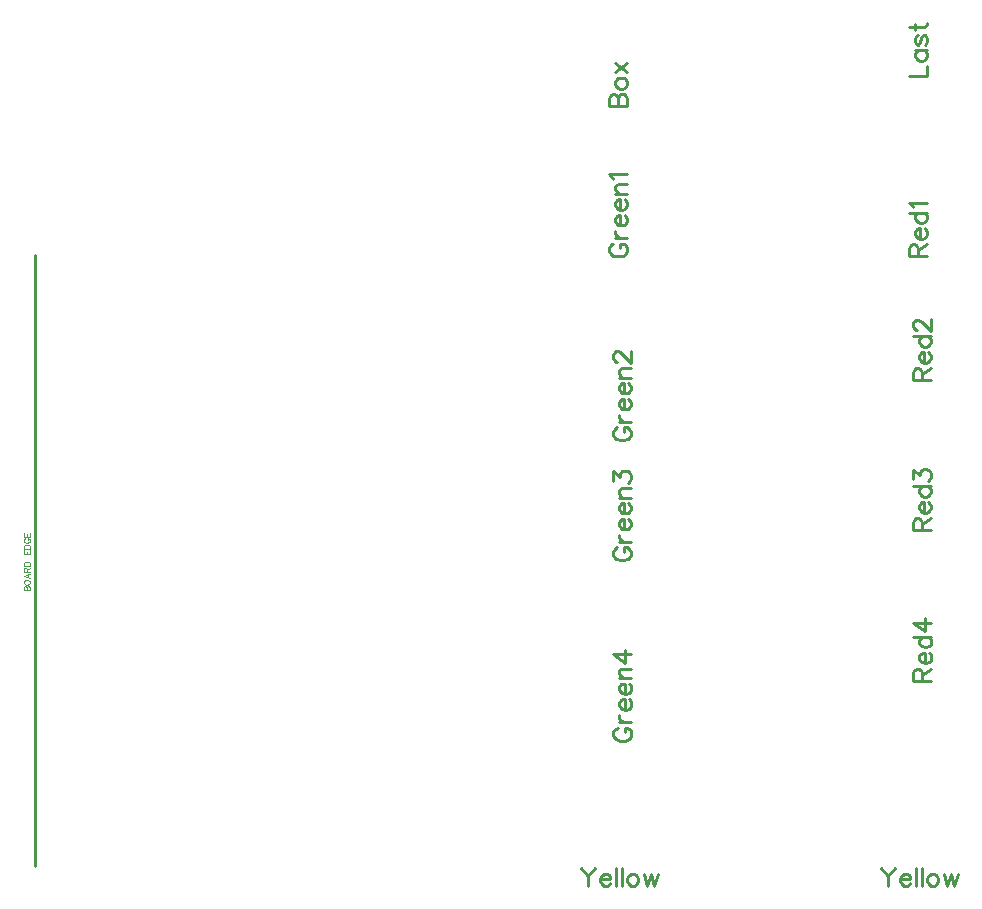
<source format=gbr>
G04 DipTrace 3.2.0.1*
G04 TopAssy.gbr*
%MOIN*%
G04 #@! TF.FileFunction,Drawing,Top*
G04 #@! TF.Part,Single*
%ADD10C,0.009843*%
%ADD60C,0.009264*%
%ADD61C,0.003088*%
%FSLAX26Y26*%
G04*
G70*
G90*
G75*
G01*
G04 TopAssy*
%LPD*%
X634161Y626677D2*
D10*
Y2661323D1*
X3589702Y1243780D2*
D60*
Y1269580D1*
X3586784Y1278202D1*
X3583932Y1281120D1*
X3578228Y1283972D1*
X3572458D1*
X3566754Y1281120D1*
X3563836Y1278202D1*
X3560984Y1269580D1*
Y1243780D1*
X3621272D1*
X3589702Y1263876D2*
X3621272Y1283972D1*
X3598324Y1302499D2*
Y1336921D1*
X3592554D1*
X3586784Y1334069D1*
X3583932Y1331217D1*
X3581080Y1325447D1*
Y1316825D1*
X3583932Y1311121D1*
X3589702Y1305351D1*
X3598324Y1302499D1*
X3604028D1*
X3612650Y1305351D1*
X3618354Y1311121D1*
X3621272Y1316825D1*
Y1325447D1*
X3618354Y1331217D1*
X3612650Y1336921D1*
X3560984Y1389870D2*
X3621272D1*
X3589702D2*
X3583932Y1384166D1*
X3581080Y1378396D1*
Y1369774D1*
X3583932Y1364070D1*
X3589702Y1358300D1*
X3598324Y1355448D1*
X3604028D1*
X3612650Y1358300D1*
X3618354Y1364070D1*
X3621272Y1369774D1*
Y1378396D1*
X3618354Y1384166D1*
X3612650Y1389870D1*
X3621272Y1437115D2*
X3561051D1*
X3601176Y1408397D1*
Y1451441D1*
X3575376Y2658106D2*
Y2683905D1*
X3572457Y2692527D1*
X3569605Y2695446D1*
X3563902Y2698298D1*
X3558132D1*
X3552428Y2695446D1*
X3549509Y2692528D1*
X3546658Y2683905D1*
Y2658106D1*
X3606946D1*
X3575376Y2678202D2*
X3606946Y2698298D1*
X3583998Y2716825D2*
Y2751247D1*
X3578228D1*
X3572457Y2748395D1*
X3569605Y2745543D1*
X3566754Y2739773D1*
Y2731151D1*
X3569605Y2725447D1*
X3575376Y2719677D1*
X3583998Y2716825D1*
X3589701D1*
X3598324Y2719677D1*
X3604027Y2725447D1*
X3606946Y2731151D1*
Y2739773D1*
X3604027Y2745543D1*
X3598324Y2751247D1*
X3546658Y2804195D2*
X3606946D1*
X3575376D2*
X3569605Y2798492D1*
X3566754Y2792722D1*
Y2784099D1*
X3569605Y2778396D1*
X3575376Y2772626D1*
X3583998Y2769774D1*
X3589701D1*
X3598324Y2772626D1*
X3604027Y2778396D1*
X3606946Y2784099D1*
Y2792722D1*
X3604027Y2798492D1*
X3598324Y2804195D1*
X3558198Y2822723D2*
X3555280Y2828493D1*
X3546724Y2837115D1*
X3606946D1*
X3588277Y2245205D2*
Y2271005D1*
X3585359Y2279627D1*
X3582507Y2282545D1*
X3576803Y2285397D1*
X3571033D1*
X3565329Y2282545D1*
X3562411Y2279627D1*
X3559559Y2271005D1*
Y2245205D1*
X3619847D1*
X3588277Y2265301D2*
X3619847Y2285397D1*
X3596899Y2303924D2*
Y2338346D1*
X3591129D1*
X3585359Y2335494D1*
X3582507Y2332642D1*
X3579655Y2326872D1*
Y2318250D1*
X3582507Y2312546D1*
X3588277Y2306776D1*
X3596899Y2303924D1*
X3602603D1*
X3611225Y2306776D1*
X3616929Y2312546D1*
X3619847Y2318250D1*
Y2326872D1*
X3616929Y2332642D1*
X3611225Y2338346D1*
X3559559Y2391295D2*
X3619847D1*
X3588277D2*
X3582507Y2385591D1*
X3579655Y2379821D1*
Y2371199D1*
X3582507Y2365495D1*
X3588277Y2359725D1*
X3596899Y2356873D1*
X3602603D1*
X3611225Y2359725D1*
X3616929Y2365495D1*
X3619847Y2371199D1*
Y2379821D1*
X3616929Y2385591D1*
X3611225Y2391295D1*
X3573951Y2412741D2*
X3571099D1*
X3565329Y2415592D1*
X3562477Y2418444D1*
X3559625Y2424214D1*
Y2435688D1*
X3562477Y2441392D1*
X3565329Y2444244D1*
X3571099Y2447162D1*
X3576803D1*
X3582573Y2444244D1*
X3591129Y2438540D1*
X3619847Y2409822D1*
Y2450014D1*
X3588277Y1745205D2*
Y1771005D1*
X3585359Y1779627D1*
X3582507Y1782545D1*
X3576803Y1785397D1*
X3571033D1*
X3565329Y1782545D1*
X3562411Y1779627D1*
X3559559Y1771005D1*
Y1745205D1*
X3619847D1*
X3588277Y1765301D2*
X3619847Y1785397D1*
X3596899Y1803924D2*
Y1838346D1*
X3591129D1*
X3585359Y1835494D1*
X3582507Y1832642D1*
X3579655Y1826872D1*
Y1818250D1*
X3582507Y1812546D1*
X3588277Y1806776D1*
X3596899Y1803924D1*
X3602603D1*
X3611225Y1806776D1*
X3616929Y1812546D1*
X3619847Y1818250D1*
Y1826872D1*
X3616929Y1832642D1*
X3611225Y1838346D1*
X3559559Y1891295D2*
X3619847D1*
X3588277D2*
X3582507Y1885591D1*
X3579655Y1879821D1*
Y1871199D1*
X3582507Y1865495D1*
X3588277Y1859725D1*
X3596899Y1856873D1*
X3602603D1*
X3611225Y1859725D1*
X3616929Y1865495D1*
X3619847Y1871199D1*
Y1879821D1*
X3616929Y1885591D1*
X3611225Y1891295D1*
X3559625Y1915592D2*
Y1947096D1*
X3582573Y1929918D1*
Y1938540D1*
X3585425Y1944244D1*
X3588277Y1947096D1*
X3596899Y1950014D1*
X3602603D1*
X3611225Y1947096D1*
X3616995Y1941392D1*
X3619847Y1932770D1*
Y1924148D1*
X3616995Y1915592D1*
X3614077Y1912741D1*
X3608373Y1909822D1*
X2575310Y1086824D2*
X2569606Y1083972D1*
X2563836Y1078202D1*
X2560984Y1072498D1*
Y1061024D1*
X2563836Y1055254D1*
X2569606Y1049550D1*
X2575310Y1046632D1*
X2583932Y1043780D1*
X2598324D1*
X2606880Y1046632D1*
X2612650Y1049550D1*
X2618354Y1055254D1*
X2621272Y1061024D1*
Y1072498D1*
X2618354Y1078202D1*
X2612650Y1083972D1*
X2606880Y1086824D1*
X2598324D1*
Y1072498D1*
X2581080Y1105351D2*
X2621272D1*
X2598324D2*
X2589702Y1108269D1*
X2583932Y1113973D1*
X2581080Y1119743D1*
Y1128365D1*
X2598324Y1146892D2*
Y1181314D1*
X2592554D1*
X2586784Y1178462D1*
X2583932Y1175610D1*
X2581080Y1169840D1*
Y1161218D1*
X2583932Y1155514D1*
X2589702Y1149744D1*
X2598324Y1146892D1*
X2604028D1*
X2612650Y1149744D1*
X2618354Y1155514D1*
X2621272Y1161218D1*
Y1169840D1*
X2618354Y1175610D1*
X2612650Y1181314D1*
X2598324Y1199841D2*
Y1234263D1*
X2592554D1*
X2586784Y1231411D1*
X2583932Y1228559D1*
X2581080Y1222789D1*
Y1214167D1*
X2583932Y1208463D1*
X2589702Y1202693D1*
X2598324Y1199841D1*
X2604028D1*
X2612650Y1202693D1*
X2618354Y1208463D1*
X2621272Y1214167D1*
Y1222789D1*
X2618354Y1228559D1*
X2612650Y1234263D1*
X2581080Y1252790D2*
X2621272D1*
X2592554D2*
X2583932Y1261412D1*
X2581080Y1267183D1*
Y1275738D1*
X2583932Y1281508D1*
X2592554Y1284360D1*
X2621272D1*
Y1331605D2*
X2561051D1*
X2601176Y1302887D1*
Y1345931D1*
X2560983Y2701150D2*
X2555280Y2698298D1*
X2549509Y2692528D1*
X2546658Y2686824D1*
Y2675350D1*
X2549509Y2669580D1*
X2555280Y2663876D1*
X2560983Y2660958D1*
X2569605Y2658106D1*
X2583998D1*
X2592553Y2660958D1*
X2598323Y2663876D1*
X2604027Y2669580D1*
X2606946Y2675350D1*
Y2686824D1*
X2604027Y2692527D1*
X2598324Y2698298D1*
X2592553Y2701149D1*
X2583998Y2701150D1*
Y2686824D1*
X2566754Y2719677D2*
X2606946D1*
X2583998D2*
X2575376Y2722595D1*
X2569605Y2728299D1*
X2566754Y2734069D1*
Y2742691D1*
X2583998Y2761218D2*
Y2795640D1*
X2578228D1*
X2572457Y2792788D1*
X2569605Y2789936D1*
X2566754Y2784166D1*
Y2775544D1*
X2569605Y2769840D1*
X2575376Y2764070D1*
X2583998Y2761218D1*
X2589701D1*
X2598324Y2764070D1*
X2604027Y2769840D1*
X2606946Y2775544D1*
Y2784166D1*
X2604027Y2789936D1*
X2598324Y2795640D1*
X2583998Y2814167D2*
Y2848589D1*
X2578228D1*
X2572457Y2845737D1*
X2569605Y2842885D1*
X2566754Y2837115D1*
Y2828493D1*
X2569605Y2822789D1*
X2575376Y2817019D1*
X2583998Y2814167D1*
X2589701D1*
X2598324Y2817019D1*
X2604027Y2822789D1*
X2606946Y2828493D1*
Y2837115D1*
X2604027Y2842885D1*
X2598323Y2848589D1*
X2566754Y2867116D2*
X2606946D1*
X2578228D2*
X2569605Y2875738D1*
X2566754Y2881508D1*
Y2890064D1*
X2569605Y2895834D1*
X2578228Y2898686D1*
X2606946D1*
X2558198Y2917213D2*
X2555280Y2922983D1*
X2546724Y2931605D1*
X2606946D1*
X2573885Y2088249D2*
X2568181Y2085397D1*
X2562411Y2079627D1*
X2559559Y2073923D1*
Y2062449D1*
X2562411Y2056679D1*
X2568181Y2050976D1*
X2573885Y2048057D1*
X2582507Y2045205D1*
X2596899D1*
X2605455Y2048057D1*
X2611225Y2050976D1*
X2616929Y2056679D1*
X2619847Y2062449D1*
Y2073923D1*
X2616929Y2079627D1*
X2611225Y2085397D1*
X2605455Y2088249D1*
X2596899D1*
Y2073923D1*
X2579655Y2106776D2*
X2619847D1*
X2596899D2*
X2588277Y2109695D1*
X2582507Y2115398D1*
X2579655Y2121169D1*
Y2129791D1*
X2596899Y2148318D2*
Y2182739D1*
X2591129D1*
X2585359Y2179888D1*
X2582507Y2177036D1*
X2579655Y2171266D1*
Y2162643D1*
X2582507Y2156940D1*
X2588277Y2151170D1*
X2596899Y2148318D1*
X2602603D1*
X2611225Y2151170D1*
X2616929Y2156940D1*
X2619847Y2162643D1*
Y2171266D1*
X2616929Y2177036D1*
X2611225Y2182739D1*
X2596899Y2201267D2*
Y2235688D1*
X2591129D1*
X2585359Y2232837D1*
X2582507Y2229985D1*
X2579655Y2224214D1*
Y2215592D1*
X2582507Y2209889D1*
X2588277Y2204118D1*
X2596899Y2201267D1*
X2602603D1*
X2611225Y2204118D1*
X2616929Y2209889D1*
X2619847Y2215592D1*
Y2224214D1*
X2616929Y2229985D1*
X2611225Y2235688D1*
X2579655Y2254216D2*
X2619847D1*
X2591129D2*
X2582507Y2262838D1*
X2579655Y2268608D1*
Y2277163D1*
X2582507Y2282934D1*
X2591129Y2285785D1*
X2619847D1*
X2573951Y2307231D2*
X2571099D1*
X2565329Y2310083D1*
X2562477Y2312935D1*
X2559625Y2318705D1*
Y2330179D1*
X2562477Y2335883D1*
X2565329Y2338734D1*
X2571099Y2341653D1*
X2576803D1*
X2582573Y2338734D1*
X2591129Y2333031D1*
X2619847Y2304313D1*
Y2344505D1*
X2573885Y1688249D2*
X2568181Y1685397D1*
X2562411Y1679627D1*
X2559559Y1673923D1*
Y1662449D1*
X2562411Y1656679D1*
X2568181Y1650976D1*
X2573885Y1648057D1*
X2582507Y1645205D1*
X2596899D1*
X2605455Y1648057D1*
X2611225Y1650976D1*
X2616929Y1656679D1*
X2619847Y1662449D1*
Y1673923D1*
X2616929Y1679627D1*
X2611225Y1685397D1*
X2605455Y1688249D1*
X2596899D1*
Y1673923D1*
X2579655Y1706776D2*
X2619847D1*
X2596899D2*
X2588277Y1709695D1*
X2582507Y1715398D1*
X2579655Y1721169D1*
Y1729791D1*
X2596899Y1748318D2*
Y1782739D1*
X2591129D1*
X2585359Y1779888D1*
X2582507Y1777036D1*
X2579655Y1771266D1*
Y1762643D1*
X2582507Y1756940D1*
X2588277Y1751170D1*
X2596899Y1748318D1*
X2602603D1*
X2611225Y1751170D1*
X2616929Y1756940D1*
X2619847Y1762643D1*
Y1771266D1*
X2616929Y1777036D1*
X2611225Y1782739D1*
X2596899Y1801267D2*
Y1835688D1*
X2591129D1*
X2585359Y1832837D1*
X2582507Y1829985D1*
X2579655Y1824214D1*
Y1815592D1*
X2582507Y1809889D1*
X2588277Y1804118D1*
X2596899Y1801267D1*
X2602603D1*
X2611225Y1804118D1*
X2616929Y1809889D1*
X2619847Y1815592D1*
Y1824214D1*
X2616929Y1829985D1*
X2611225Y1835688D1*
X2579655Y1854216D2*
X2619847D1*
X2591129D2*
X2582507Y1862838D1*
X2579655Y1868608D1*
Y1877163D1*
X2582507Y1882934D1*
X2591129Y1885785D1*
X2619847D1*
X2559625Y1910083D2*
Y1941586D1*
X2582573Y1924409D1*
Y1933031D1*
X2585425Y1938734D1*
X2588277Y1941586D1*
X2596899Y1944505D1*
X2602603D1*
X2611225Y1941586D1*
X2616995Y1935883D1*
X2619847Y1927260D1*
Y1918638D1*
X2616995Y1910083D1*
X2614077Y1907231D1*
X2608373Y1904313D1*
X2546658Y3158106D2*
X2606946D1*
Y3183972D1*
X2604027Y3192594D1*
X2601175Y3195446D1*
X2595472Y3198298D1*
X2586850D1*
X2581079Y3195446D1*
X2578228Y3192594D1*
X2575376Y3183972D1*
X2572457Y3192594D1*
X2569605Y3195446D1*
X2563902Y3198298D1*
X2558132D1*
X2552428Y3195446D1*
X2549509Y3192594D1*
X2546658Y3183972D1*
Y3158106D1*
X2575376D2*
Y3183972D1*
X2566754Y3231151D2*
X2569605Y3225447D1*
X2575376Y3219677D1*
X2583998Y3216825D1*
X2589701D1*
X2598324Y3219677D1*
X2604027Y3225447D1*
X2606946Y3231151D1*
Y3239773D1*
X2604027Y3245543D1*
X2598324Y3251247D1*
X2589701Y3254165D1*
X2583998D1*
X2575376Y3251247D1*
X2569605Y3245543D1*
X2566754Y3239773D1*
Y3231151D1*
Y3272692D2*
X2606946Y3304262D1*
X2566754D2*
X2606946Y3272692D1*
X3546658Y3258106D2*
X3606946D1*
Y3292527D1*
X3566754Y3345476D2*
X3606946D1*
X3575376D2*
X3569605Y3339773D1*
X3566754Y3334002D1*
Y3325447D1*
X3569605Y3319677D1*
X3575376Y3313973D1*
X3583998Y3311055D1*
X3589701D1*
X3598324Y3313973D1*
X3604027Y3319677D1*
X3606946Y3325447D1*
Y3334002D1*
X3604027Y3339773D1*
X3598324Y3345476D1*
X3575376Y3395573D2*
X3569605Y3392722D1*
X3566754Y3384099D1*
Y3375477D1*
X3569605Y3366855D1*
X3575376Y3364003D1*
X3581079Y3366855D1*
X3583998Y3372626D1*
X3586850Y3386951D1*
X3589701Y3392722D1*
X3595472Y3395573D1*
X3598324D1*
X3604027Y3392722D1*
X3606946Y3384099D1*
Y3375477D1*
X3604027Y3366855D1*
X3598324Y3364003D1*
X3546658Y3422723D2*
X3595472D1*
X3604027Y3425574D1*
X3606946Y3431345D1*
Y3437048D1*
X3566754Y3414101D2*
Y3434197D1*
X2452322Y619959D2*
X2475270Y591241D1*
Y559671D1*
X2498218Y619959D2*
X2475270Y591241D1*
X2516745Y582619D2*
X2551167D1*
Y588389D1*
X2548315Y594159D1*
X2545463Y597011D1*
X2539693Y599863D1*
X2531071D1*
X2525367Y597011D1*
X2519597Y591241D1*
X2516745Y582619D1*
Y576915D1*
X2519597Y568293D1*
X2525367Y562590D1*
X2531071Y559671D1*
X2539693D1*
X2545463Y562590D1*
X2551167Y568293D1*
X2569694Y619959D2*
Y559671D1*
X2588221Y619959D2*
Y559671D1*
X2621074Y599863D2*
X2615370Y597011D1*
X2609600Y591241D1*
X2606748Y582619D1*
Y576915D1*
X2609600Y568293D1*
X2615370Y562590D1*
X2621074Y559671D1*
X2629696D1*
X2635466Y562590D1*
X2641170Y568293D1*
X2644088Y576915D1*
Y582619D1*
X2641170Y591241D1*
X2635466Y597011D1*
X2629696Y599863D1*
X2621074D1*
X2662615D2*
X2674089Y559671D1*
X2685563Y599863D1*
X2697037Y559671D1*
X2708511Y599863D1*
X3452322Y619959D2*
X3475270Y591241D1*
Y559671D1*
X3498218Y619959D2*
X3475270Y591241D1*
X3516745Y582619D2*
X3551167D1*
Y588389D1*
X3548315Y594159D1*
X3545463Y597011D1*
X3539693Y599863D1*
X3531071D1*
X3525367Y597011D1*
X3519597Y591241D1*
X3516745Y582619D1*
Y576915D1*
X3519597Y568293D1*
X3525367Y562590D1*
X3531071Y559671D1*
X3539693D1*
X3545463Y562590D1*
X3551167Y568293D1*
X3569694Y619959D2*
Y559671D1*
X3588221Y619959D2*
Y559671D1*
X3621074Y599863D2*
X3615370Y597011D1*
X3609600Y591241D1*
X3606748Y582619D1*
Y576915D1*
X3609600Y568293D1*
X3615370Y562590D1*
X3621074Y559671D1*
X3629696D1*
X3635466Y562590D1*
X3641170Y568293D1*
X3644088Y576915D1*
Y582619D1*
X3641170Y591241D1*
X3635466Y597011D1*
X3629696Y599863D1*
X3621074D1*
X3662615D2*
X3674089Y559671D1*
X3685563Y599863D1*
X3697037Y559671D1*
X3708511Y599863D1*
X595862Y1544626D2*
D61*
X615958D1*
Y1553248D1*
X614986Y1556122D1*
X614035Y1557072D1*
X612134Y1558023D1*
X609260D1*
X607336Y1557072D1*
X606386Y1556122D1*
X605435Y1553248D1*
X604462Y1556122D1*
X603512Y1557072D1*
X601610Y1558023D1*
X599687D1*
X597786Y1557072D1*
X596813Y1556122D1*
X595862Y1553248D1*
Y1544626D1*
X605435D2*
Y1553248D1*
X595862Y1569947D2*
X596813Y1568023D1*
X598736Y1566122D1*
X600638Y1565149D1*
X603512Y1564199D1*
X608309D1*
X611161Y1565149D1*
X613084Y1566122D1*
X614986Y1568023D1*
X615958Y1569947D1*
Y1573771D1*
X614986Y1575672D1*
X613084Y1577596D1*
X611161Y1578547D1*
X608309Y1579497D1*
X603512D1*
X600638Y1578547D1*
X598736Y1577596D1*
X596813Y1575673D1*
X595862Y1573771D1*
Y1569947D1*
X615958Y1600994D2*
X595862Y1593322D1*
X615958Y1585673D1*
X609260Y1588547D2*
Y1598120D1*
X605435Y1607169D2*
Y1615769D1*
X604462Y1618643D1*
X603512Y1619616D1*
X601610Y1620567D1*
X599687D1*
X597786Y1619616D1*
X596813Y1618643D1*
X595862Y1615769D1*
Y1607169D1*
X615958D1*
X605435Y1613868D2*
X615958Y1620567D1*
X595862Y1626742D2*
X615958D1*
Y1633441D1*
X614985Y1636315D1*
X613084Y1638238D1*
X611161Y1639189D1*
X608309Y1640140D1*
X603512D1*
X600638Y1639189D1*
X598736Y1638238D1*
X596813Y1636315D1*
X595862Y1633441D1*
Y1626742D1*
Y1678180D2*
Y1665756D1*
X615958D1*
Y1678180D1*
X605435Y1665756D2*
Y1673405D1*
X595862Y1684356D2*
X615958D1*
Y1691055D1*
X614985Y1693929D1*
X613084Y1695852D1*
X611161Y1696803D1*
X608309Y1697753D1*
X603512D1*
X600638Y1696803D1*
X598736Y1695852D1*
X596813Y1693929D1*
X595862Y1691055D1*
Y1684356D1*
X600638Y1718277D2*
X598736Y1717326D1*
X596813Y1715403D1*
X595862Y1713502D1*
Y1709677D1*
X596813Y1707754D1*
X598736Y1705852D1*
X600638Y1704880D1*
X603512Y1703929D1*
X608309D1*
X611161Y1704880D1*
X613084Y1705852D1*
X614985Y1707754D1*
X615958Y1709677D1*
Y1713502D1*
X614985Y1715403D1*
X613084Y1717326D1*
X611161Y1718277D1*
X608309D1*
Y1713502D1*
X595862Y1736877D2*
Y1724453D1*
X615958D1*
Y1736877D1*
X605435Y1724453D2*
Y1732102D1*
M02*

</source>
